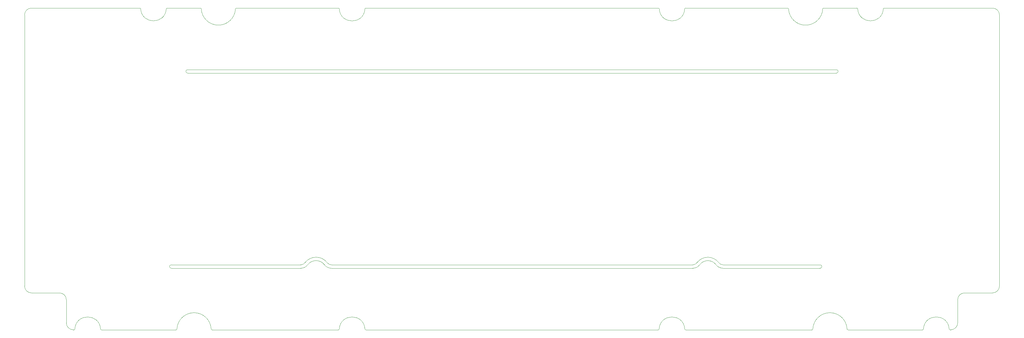
<source format=gm1>
G04 #@! TF.GenerationSoftware,KiCad,Pcbnew,(5.99.0-11336-g5116fa6d12)*
G04 #@! TF.CreationDate,2021-07-31T15:39:07+02:00*
G04 #@! TF.ProjectId,plain60-flex-mkd-hhkb,706c6169-6e36-4302-9d66-6c65782d6d6b,rev?*
G04 #@! TF.SameCoordinates,Original*
G04 #@! TF.FileFunction,Profile,NP*
%FSLAX46Y46*%
G04 Gerber Fmt 4.6, Leading zero omitted, Abs format (unit mm)*
G04 Created by KiCad (PCBNEW (5.99.0-11336-g5116fa6d12)) date 2021-07-31 15:39:07*
%MOMM*%
%LPD*%
G01*
G04 APERTURE LIST*
G04 #@! TA.AperFunction,Profile*
%ADD10C,0.100000*%
G04 #@! TD*
G04 APERTURE END LIST*
D10*
X62118534Y-775813D02*
G75*
G02*
X52133534Y-770061I-4992357J250716D01*
G01*
X2525008Y-525008D02*
X34189287Y-525008D01*
X55265040Y-94723769D02*
G75*
G02*
X55019287Y-94480061I-2431J243310D01*
G01*
X232862718Y-76700000D02*
X204479287Y-76700066D01*
X62363591Y-525814D02*
X92179287Y-525008D01*
X90115786Y-76700064D02*
X195687707Y-76698761D01*
X237625192Y-18550008D02*
X48126422Y-18550136D01*
X43363195Y-75700064D02*
G75*
G03*
X43363195Y-76700064I0J-500000D01*
G01*
X233622995Y-771296D02*
G75*
G02*
X223633534Y-770061I-4994700J246301D01*
G01*
X243833533Y-770061D02*
G75*
G03*
X251318024Y-771296I3742286J244908D01*
G01*
X92439285Y-94480061D02*
G75*
G02*
X99921336Y-94481190I3740989J-242684D01*
G01*
X283225009Y-83925008D02*
G75*
G03*
X285225008Y-81925009I0J1999999D01*
G01*
X14725007Y-94725007D02*
G75*
G02*
X12725008Y-92725008I0J1999999D01*
G01*
X230729287Y-94470061D02*
G75*
G02*
X230484234Y-94722965I-247530J-5329D01*
G01*
X283225009Y-83925008D02*
X275025009Y-83925008D01*
X10725009Y-83925009D02*
G75*
G02*
X12725008Y-85925008I0J-1999999D01*
G01*
X525008Y-2525008D02*
G75*
G02*
X2525008Y-525008I2000000J0D01*
G01*
X273025009Y-85925008D02*
X273023566Y-92723770D01*
X88908032Y-75089636D02*
G75*
G03*
X85693446Y-73470064I-3214586J-2380428D01*
G01*
X41909286Y-780061D02*
G75*
G02*
X34439287Y-770061I-3734665J254835D01*
G01*
X34189288Y-525006D02*
G75*
G02*
X34439287Y-770061I2472J-247527D01*
G01*
X42156815Y-525006D02*
X51883534Y-525008D01*
X92429285Y-770061D02*
G75*
G03*
X99934232Y-772533I3752555J247116D01*
G01*
X193568026Y-94723770D02*
G75*
G02*
X193319287Y-94480061I-2461J246279D01*
G01*
X204479287Y-76700066D02*
G75*
G02*
X202469132Y-75686428I1J2500000D01*
G01*
X81206945Y-75700061D02*
G75*
G03*
X82413037Y-75091880I0J1499999D01*
G01*
X193311760Y-772533D02*
G75*
G02*
X193556815Y-525008I246290J1235D01*
G01*
X285225008Y-81925009D02*
X285225008Y-2525007D01*
X41909287Y-780061D02*
G75*
G02*
X42156815Y-525006I250020J4997D01*
G01*
X232862718Y-75700000D02*
X204479287Y-75700060D01*
X240969286Y-94723773D02*
G75*
G02*
X240719287Y-94478718I-2472J247527D01*
G01*
X83217099Y-75686425D02*
G75*
G02*
X85689287Y-74470061I2413331J-1784483D01*
G01*
X240719285Y-94478718D02*
G75*
G03*
X230729287Y-94470061I-4995216J-246288D01*
G01*
X197697860Y-75685126D02*
G75*
G02*
X200059287Y-74470061I2410404J-1782319D01*
G01*
X45029288Y-94477483D02*
G75*
G02*
X55019287Y-94480061I4994936J-247543D01*
G01*
X100171335Y-94726245D02*
G75*
G02*
X99921336Y-94481190I-2472J247527D01*
G01*
X271023567Y-94723769D02*
X270785771Y-94723770D01*
X251318024Y-771296D02*
G75*
G02*
X251563079Y-523771I246290J1235D01*
G01*
X2525008Y-83925008D02*
G75*
G02*
X525009Y-81925009I0J1999999D01*
G01*
X232862718Y-76700000D02*
G75*
G03*
X232862718Y-75700000I0J500000D01*
G01*
X92179288Y-525006D02*
G75*
G02*
X92429287Y-770061I2472J-247527D01*
G01*
X202469132Y-75686428D02*
G75*
G03*
X200059287Y-74470061I-2412195J-1783642D01*
G01*
X251563079Y-523771D02*
X283225008Y-525007D01*
X88105631Y-75686427D02*
G75*
G03*
X85689287Y-74470061I-2412197J-1783644D01*
G01*
X15210327Y-94479953D02*
G75*
G02*
X22719287Y-94481299I3754435J-251793D01*
G01*
X263029287Y-94480061D02*
G75*
G02*
X262775008Y-94723773I-256840J13468D01*
G01*
X51883535Y-525006D02*
G75*
G02*
X52133534Y-770061I2472J-247527D01*
G01*
X43363195Y-76700064D02*
X81206945Y-76700060D01*
X12725008Y-85925008D02*
X12725008Y-92725008D01*
X195687706Y-75698761D02*
X90115786Y-75700069D01*
X197697860Y-75685126D02*
G75*
G02*
X195687707Y-76698761I-2010153J1486364D01*
G01*
X22965040Y-94725008D02*
G75*
G02*
X22719287Y-94481299I-2431J243310D01*
G01*
X270538247Y-94478715D02*
G75*
G03*
X263029287Y-94480061I-3754435J-251794D01*
G01*
X22965040Y-94725008D02*
X44784234Y-94725008D01*
X48126422Y-19550136D02*
X237625192Y-19550136D01*
X185629287Y-525008D02*
G75*
G02*
X185879286Y-770063I2472J-247527D01*
G01*
X2525008Y-83925008D02*
X10725008Y-83925008D01*
X92439287Y-94480061D02*
G75*
G02*
X92190498Y-94723771I-250048J6417D01*
G01*
X14725007Y-94725007D02*
X14962803Y-94725008D01*
X262775008Y-94723773D02*
X240969287Y-94723771D01*
X223383534Y-525008D02*
X193556815Y-525008D01*
X185879285Y-770063D02*
G75*
G03*
X193311760Y-772533I3716309J213371D01*
G01*
X82413038Y-75091880D02*
G75*
G02*
X85693446Y-73470064I3217231J-2378906D01*
G01*
X196892618Y-75092173D02*
G75*
G02*
X200059287Y-73470061I3215440J-2375121D01*
G01*
X62118536Y-775813D02*
G75*
G02*
X62363591Y-525814I247527J2472D01*
G01*
X43363195Y-75700064D02*
X81206945Y-75700061D01*
X230484234Y-94722965D02*
X193568026Y-94723771D01*
X243583535Y-525006D02*
G75*
G02*
X243833534Y-770061I2472J-247527D01*
G01*
X243583534Y-525008D02*
X233868052Y-523771D01*
X270785771Y-94723770D02*
G75*
G02*
X270538246Y-94478715I-1235J246290D01*
G01*
X90115786Y-76700063D02*
G75*
G02*
X88105632Y-75686426I0J2499996D01*
G01*
X99934232Y-772533D02*
G75*
G02*
X100179287Y-525008I245065J2448D01*
G01*
X185587237Y-94726245D02*
X100171335Y-94726245D01*
X90115786Y-75700068D02*
G75*
G02*
X88908032Y-75089636I0J1500001D01*
G01*
X237625192Y-19550264D02*
G75*
G03*
X237625192Y-18550008I0J500128D01*
G01*
X196892619Y-75092173D02*
G75*
G02*
X195687706Y-75698761I-1204913J893412D01*
G01*
X92190498Y-94723771D02*
X55265040Y-94723771D01*
X271023567Y-94723769D02*
G75*
G03*
X273023566Y-92723770I0J1999999D01*
G01*
X204479287Y-75700059D02*
G75*
G02*
X203273198Y-75091881I0J1499998D01*
G01*
X100179287Y-525008D02*
X185629287Y-525008D01*
X203273197Y-75091881D02*
G75*
G03*
X200059287Y-73470061I-3216252J-2378183D01*
G01*
X45029289Y-94477483D02*
G75*
G02*
X44784234Y-94725008I-246290J-1235D01*
G01*
X233622997Y-771296D02*
G75*
G02*
X233868052Y-523771I246290J1235D01*
G01*
X48126422Y-18550136D02*
G75*
G03*
X48126422Y-19550136I0J-500000D01*
G01*
X525008Y-2525008D02*
X525009Y-81925009D01*
X14962803Y-94725008D02*
G75*
G03*
X15210328Y-94479953I1235J246290D01*
G01*
X81206945Y-76700060D02*
G75*
G03*
X83217099Y-75686425I0J2499999D01*
G01*
X185587237Y-94726245D02*
G75*
G03*
X185837236Y-94481190I2472J247527D01*
G01*
X193319287Y-94480061D02*
G75*
G03*
X185837236Y-94481190I-3740989J-242684D01*
G01*
X223383535Y-525006D02*
G75*
G02*
X223633534Y-770061I2472J-247527D01*
G01*
X283225008Y-525007D02*
G75*
G02*
X285225008Y-2525007I0J-2000000D01*
G01*
X275025008Y-83925009D02*
G75*
G03*
X273025009Y-85925008I0J-1999999D01*
G01*
M02*

</source>
